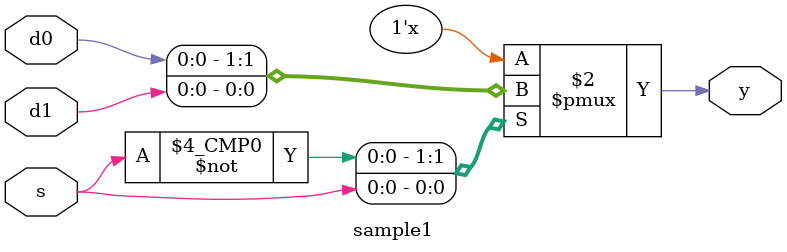
<source format=v>
module sample1(d0,d1,s,y);
input d1,d0,s;
output reg y;

always @(*) begin
	case(s)
		0:y=d0;
		1:y=d1;
	endcase
end
endmodule
 
</source>
